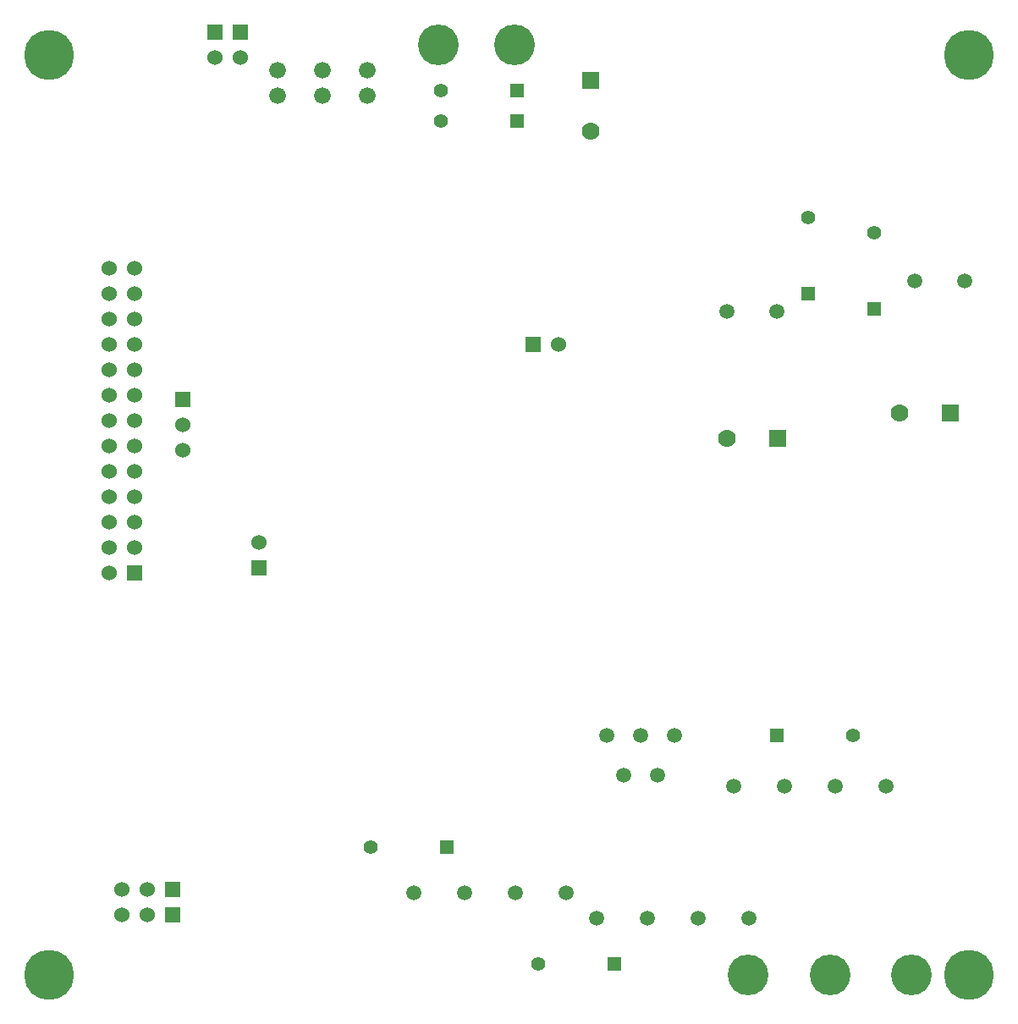
<source format=gbs>
G04 (created by PCBNEW (2013-07-07 BZR 4022)-stable) date 12/19/2014 12:15:37 PM*
%MOIN*%
G04 Gerber Fmt 3.4, Leading zero omitted, Abs format*
%FSLAX34Y34*%
G01*
G70*
G90*
G04 APERTURE LIST*
%ADD10C,0.00590551*%
%ADD11C,0.19685*%
%ADD12R,0.06X0.06*%
%ADD13C,0.06*%
%ADD14C,0.066*%
%ADD15C,0.0590551*%
%ADD16R,0.055X0.055*%
%ADD17C,0.055*%
%ADD18R,0.07X0.07*%
%ADD19C,0.07*%
%ADD20C,0.16*%
G04 APERTURE END LIST*
G54D10*
G54D11*
X37795Y-37795D03*
X1574Y-37795D03*
X37795Y-1574D03*
X1574Y-1574D03*
G54D12*
X8098Y-666D03*
G54D13*
X8098Y-1666D03*
G54D12*
X9098Y-666D03*
G54D13*
X9098Y-1666D03*
G54D14*
X14118Y-3186D03*
X14118Y-2186D03*
X12338Y-3186D03*
X12338Y-2186D03*
X10578Y-3186D03*
X10578Y-2186D03*
G54D15*
X28274Y-11686D03*
X30243Y-11686D03*
X37643Y-10486D03*
X35674Y-10486D03*
G54D12*
X6433Y-34433D03*
G54D13*
X5433Y-34433D03*
X4433Y-34433D03*
G54D12*
X6820Y-15141D03*
G54D13*
X6820Y-16141D03*
X6820Y-17141D03*
G54D12*
X6433Y-35433D03*
G54D13*
X5433Y-35433D03*
X4433Y-35433D03*
G54D12*
X9822Y-21759D03*
G54D13*
X9822Y-20759D03*
G54D12*
X20638Y-12966D03*
G54D13*
X21638Y-12966D03*
G54D16*
X17238Y-32766D03*
G54D17*
X14238Y-32766D03*
G54D16*
X30238Y-28366D03*
G54D17*
X33238Y-28366D03*
G54D16*
X23838Y-37366D03*
G54D17*
X20838Y-37366D03*
G54D16*
X34058Y-11586D03*
G54D17*
X34058Y-8586D03*
G54D16*
X19998Y-2966D03*
G54D17*
X16998Y-2966D03*
G54D16*
X31458Y-10986D03*
G54D17*
X31458Y-7986D03*
G54D16*
X19998Y-4166D03*
G54D17*
X16998Y-4166D03*
G54D18*
X30258Y-16686D03*
G54D19*
X28258Y-16686D03*
G54D18*
X37058Y-15686D03*
G54D19*
X35058Y-15686D03*
G54D18*
X22898Y-2566D03*
G54D19*
X22898Y-4566D03*
G54D20*
X19898Y-1166D03*
X16898Y-1166D03*
X35551Y-37795D03*
X32322Y-37795D03*
X29094Y-37795D03*
G54D15*
X23537Y-28371D03*
X24875Y-28371D03*
X26214Y-28371D03*
X24206Y-29946D03*
X25545Y-29946D03*
X19938Y-34566D03*
X17938Y-34566D03*
X21938Y-34566D03*
X15938Y-34566D03*
X30538Y-30366D03*
X32538Y-30366D03*
X28538Y-30366D03*
X34538Y-30366D03*
X25138Y-35566D03*
X27138Y-35566D03*
X23138Y-35566D03*
X29138Y-35566D03*
G54D12*
X4929Y-21964D03*
G54D13*
X3929Y-21964D03*
X4929Y-20964D03*
X3929Y-20964D03*
X4929Y-19964D03*
X3929Y-19964D03*
X4929Y-18964D03*
X3929Y-18964D03*
X4929Y-17964D03*
X3929Y-17964D03*
X4929Y-16964D03*
X3929Y-16964D03*
X4929Y-15964D03*
X3929Y-15964D03*
X4929Y-14964D03*
X3929Y-14964D03*
X4929Y-13964D03*
X3929Y-13964D03*
X4929Y-12964D03*
X3929Y-12964D03*
X4929Y-11964D03*
X3929Y-11964D03*
X4929Y-10964D03*
X3929Y-10964D03*
X4929Y-9964D03*
X3929Y-9964D03*
M02*

</source>
